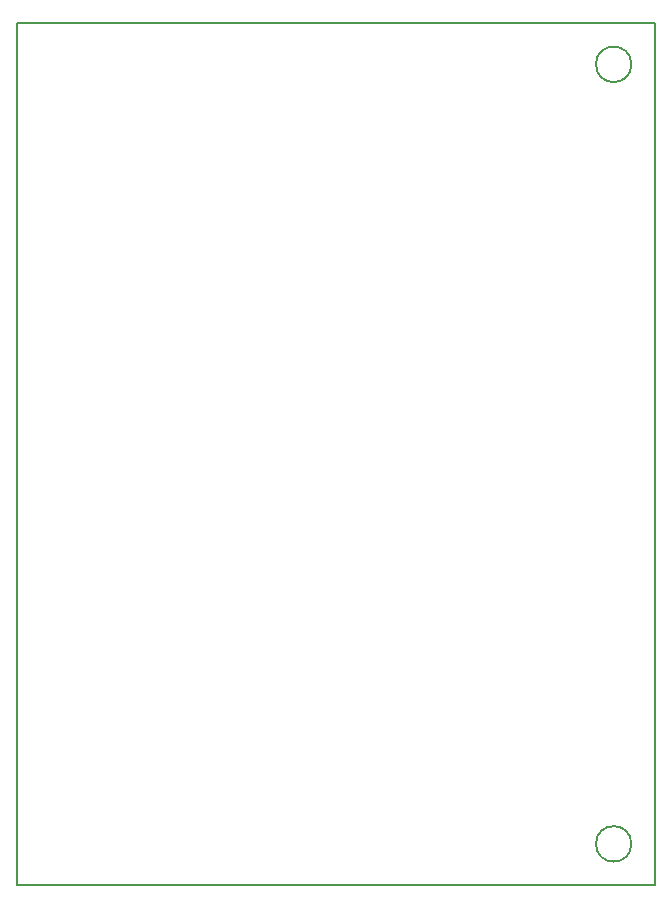
<source format=gbr>
%TF.GenerationSoftware,KiCad,Pcbnew,8.0.1*%
%TF.CreationDate,2024-07-07T22:58:04+02:00*%
%TF.ProjectId,kicad8_atmega328_relay_module,6b696361-6438-45f6-9174-6d6567613332,rev?*%
%TF.SameCoordinates,Original*%
%TF.FileFunction,Profile,NP*%
%FSLAX46Y46*%
G04 Gerber Fmt 4.6, Leading zero omitted, Abs format (unit mm)*
G04 Created by KiCad (PCBNEW 8.0.1) date 2024-07-07 22:58:04*
%MOMM*%
%LPD*%
G01*
G04 APERTURE LIST*
%TA.AperFunction,Profile*%
%ADD10C,0.200000*%
%TD*%
G04 APERTURE END LIST*
D10*
X112000000Y-103000000D02*
X112000000Y-30000000D01*
X112000000Y-30000000D02*
X58000000Y-30000000D01*
X58000000Y-103000000D02*
X112000000Y-103000000D01*
X110000000Y-99500000D02*
G75*
G02*
X107000000Y-99500000I-1500000J0D01*
G01*
X107000000Y-99500000D02*
G75*
G02*
X110000000Y-99500000I1500000J0D01*
G01*
X110000000Y-33500000D02*
G75*
G02*
X107000000Y-33500000I-1500000J0D01*
G01*
X107000000Y-33500000D02*
G75*
G02*
X110000000Y-33500000I1500000J0D01*
G01*
X58000000Y-30000000D02*
X58000000Y-103000000D01*
M02*

</source>
